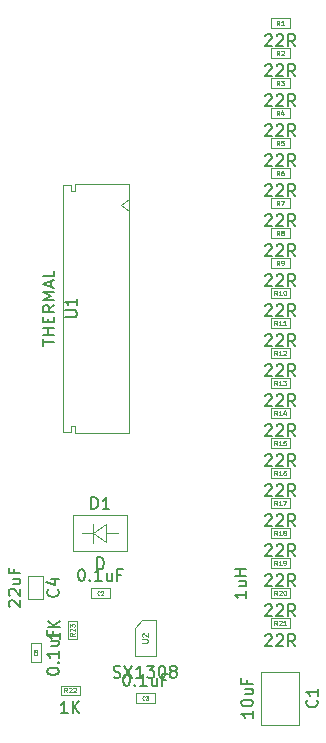
<source format=gbr>
G04 #@! TF.FileFunction,Other,Fab,Top*
%FSLAX46Y46*%
G04 Gerber Fmt 4.6, Leading zero omitted, Abs format (unit mm)*
G04 Created by KiCad (PCBNEW 4.0.7) date 09/10/19 22:44:32*
%MOMM*%
%LPD*%
G01*
G04 APERTURE LIST*
%ADD10C,0.100000*%
%ADD11C,0.150000*%
%ADD12C,0.075000*%
G04 APERTURE END LIST*
D10*
X146990000Y-113320000D02*
X150190000Y-113320000D01*
X146990000Y-117820000D02*
X146990000Y-113320000D01*
X150190000Y-117820000D02*
X146990000Y-117820000D01*
X150190000Y-113320000D02*
X150190000Y-117820000D01*
X134150000Y-107080000D02*
X132550000Y-107080000D01*
X132550000Y-107080000D02*
X132550000Y-106280000D01*
X132550000Y-106280000D02*
X134150000Y-106280000D01*
X134150000Y-106280000D02*
X134150000Y-107080000D01*
X137960000Y-115970000D02*
X136360000Y-115970000D01*
X136360000Y-115970000D02*
X136360000Y-115170000D01*
X136360000Y-115170000D02*
X137960000Y-115170000D01*
X137960000Y-115170000D02*
X137960000Y-115970000D01*
X127280000Y-105200000D02*
X128520000Y-105200000D01*
X127280000Y-107200000D02*
X127280000Y-105200000D01*
X128520000Y-107200000D02*
X127280000Y-107200000D01*
X128520000Y-105200000D02*
X128520000Y-107200000D01*
X127500000Y-112500000D02*
X127500000Y-110900000D01*
X127500000Y-110900000D02*
X128300000Y-110900000D01*
X128300000Y-110900000D02*
X128300000Y-112500000D01*
X128300000Y-112500000D02*
X127500000Y-112500000D01*
X135650000Y-103100000D02*
X131050000Y-103100000D01*
X131050000Y-103100000D02*
X131050000Y-100100000D01*
X135650000Y-100100000D02*
X135650000Y-103100000D01*
X135650000Y-100100000D02*
X131050000Y-100100000D01*
X132700560Y-101601020D02*
X131798860Y-101601020D01*
X133851180Y-101601020D02*
X134849400Y-101601020D01*
X132700560Y-100800920D02*
X132700560Y-102401120D01*
X133851180Y-102350320D02*
X133851180Y-100800920D01*
X132700560Y-101601020D02*
X133851180Y-102350320D01*
X132700560Y-101601020D02*
X133851180Y-100800920D01*
X147790000Y-58820000D02*
X147790000Y-58020000D01*
X149390000Y-58820000D02*
X147790000Y-58820000D01*
X149390000Y-58020000D02*
X149390000Y-58820000D01*
X147790000Y-58020000D02*
X149390000Y-58020000D01*
X147790000Y-61360000D02*
X147790000Y-60560000D01*
X149390000Y-61360000D02*
X147790000Y-61360000D01*
X149390000Y-60560000D02*
X149390000Y-61360000D01*
X147790000Y-60560000D02*
X149390000Y-60560000D01*
X147790000Y-63900000D02*
X147790000Y-63100000D01*
X149390000Y-63900000D02*
X147790000Y-63900000D01*
X149390000Y-63100000D02*
X149390000Y-63900000D01*
X147790000Y-63100000D02*
X149390000Y-63100000D01*
X147790000Y-66440000D02*
X147790000Y-65640000D01*
X149390000Y-66440000D02*
X147790000Y-66440000D01*
X149390000Y-65640000D02*
X149390000Y-66440000D01*
X147790000Y-65640000D02*
X149390000Y-65640000D01*
X147790000Y-68980000D02*
X147790000Y-68180000D01*
X149390000Y-68980000D02*
X147790000Y-68980000D01*
X149390000Y-68180000D02*
X149390000Y-68980000D01*
X147790000Y-68180000D02*
X149390000Y-68180000D01*
X147790000Y-71520000D02*
X147790000Y-70720000D01*
X149390000Y-71520000D02*
X147790000Y-71520000D01*
X149390000Y-70720000D02*
X149390000Y-71520000D01*
X147790000Y-70720000D02*
X149390000Y-70720000D01*
X147790000Y-76600000D02*
X147790000Y-75800000D01*
X149390000Y-76600000D02*
X147790000Y-76600000D01*
X149390000Y-75800000D02*
X149390000Y-76600000D01*
X147790000Y-75800000D02*
X149390000Y-75800000D01*
X147790000Y-79140000D02*
X147790000Y-78340000D01*
X149390000Y-79140000D02*
X147790000Y-79140000D01*
X149390000Y-78340000D02*
X149390000Y-79140000D01*
X147790000Y-78340000D02*
X149390000Y-78340000D01*
X147790000Y-81680000D02*
X147790000Y-80880000D01*
X149390000Y-81680000D02*
X147790000Y-81680000D01*
X149390000Y-80880000D02*
X149390000Y-81680000D01*
X147790000Y-80880000D02*
X149390000Y-80880000D01*
X147790000Y-84220000D02*
X147790000Y-83420000D01*
X149390000Y-84220000D02*
X147790000Y-84220000D01*
X149390000Y-83420000D02*
X149390000Y-84220000D01*
X147790000Y-83420000D02*
X149390000Y-83420000D01*
X147790000Y-86760000D02*
X147790000Y-85960000D01*
X149390000Y-86760000D02*
X147790000Y-86760000D01*
X149390000Y-85960000D02*
X149390000Y-86760000D01*
X147790000Y-85960000D02*
X149390000Y-85960000D01*
X147790000Y-89300000D02*
X147790000Y-88500000D01*
X149390000Y-89300000D02*
X147790000Y-89300000D01*
X149390000Y-88500000D02*
X149390000Y-89300000D01*
X147790000Y-88500000D02*
X149390000Y-88500000D01*
X147790000Y-91840000D02*
X147790000Y-91040000D01*
X149390000Y-91840000D02*
X147790000Y-91840000D01*
X149390000Y-91040000D02*
X149390000Y-91840000D01*
X147790000Y-91040000D02*
X149390000Y-91040000D01*
X147790000Y-94380000D02*
X147790000Y-93580000D01*
X149390000Y-94380000D02*
X147790000Y-94380000D01*
X149390000Y-93580000D02*
X149390000Y-94380000D01*
X147790000Y-93580000D02*
X149390000Y-93580000D01*
X147790000Y-96920000D02*
X147790000Y-96120000D01*
X149390000Y-96920000D02*
X147790000Y-96920000D01*
X149390000Y-96120000D02*
X149390000Y-96920000D01*
X147790000Y-96120000D02*
X149390000Y-96120000D01*
X147790000Y-99460000D02*
X147790000Y-98660000D01*
X149390000Y-99460000D02*
X147790000Y-99460000D01*
X149390000Y-98660000D02*
X149390000Y-99460000D01*
X147790000Y-98660000D02*
X149390000Y-98660000D01*
X147790000Y-102000000D02*
X147790000Y-101200000D01*
X149390000Y-102000000D02*
X147790000Y-102000000D01*
X149390000Y-101200000D02*
X149390000Y-102000000D01*
X147790000Y-101200000D02*
X149390000Y-101200000D01*
X147790000Y-104540000D02*
X147790000Y-103740000D01*
X149390000Y-104540000D02*
X147790000Y-104540000D01*
X149390000Y-103740000D02*
X149390000Y-104540000D01*
X147790000Y-103740000D02*
X149390000Y-103740000D01*
X147790000Y-107080000D02*
X147790000Y-106280000D01*
X149390000Y-107080000D02*
X147790000Y-107080000D01*
X149390000Y-106280000D02*
X149390000Y-107080000D01*
X147790000Y-106280000D02*
X149390000Y-106280000D01*
X147790000Y-109620000D02*
X147790000Y-108820000D01*
X149390000Y-109620000D02*
X147790000Y-109620000D01*
X149390000Y-108820000D02*
X149390000Y-109620000D01*
X147790000Y-108820000D02*
X149390000Y-108820000D01*
X130000000Y-115300000D02*
X130000000Y-114500000D01*
X131600000Y-115300000D02*
X130000000Y-115300000D01*
X131600000Y-114500000D02*
X131600000Y-115300000D01*
X130000000Y-114500000D02*
X131600000Y-114500000D01*
X130600000Y-109000000D02*
X131400000Y-109000000D01*
X130600000Y-110600000D02*
X130600000Y-109000000D01*
X131400000Y-110600000D02*
X130600000Y-110600000D01*
X131400000Y-109000000D02*
X131400000Y-110600000D01*
X135820000Y-82550000D02*
X135820000Y-72000000D01*
X135820000Y-72000000D02*
X131220000Y-72000000D01*
X131220000Y-72000000D02*
X131220000Y-72600000D01*
X131220000Y-72600000D02*
X130920000Y-72600000D01*
X130920000Y-72600000D02*
X130920000Y-72100000D01*
X130920000Y-72100000D02*
X130220000Y-72100000D01*
X130220000Y-72100000D02*
X130220000Y-82550000D01*
X135820000Y-82550000D02*
X135820000Y-93100000D01*
X135820000Y-93100000D02*
X131220000Y-93100000D01*
X131220000Y-93100000D02*
X131220000Y-92500000D01*
X131220000Y-92500000D02*
X130920000Y-92500000D01*
X130920000Y-92500000D02*
X130920000Y-93000000D01*
X130920000Y-93000000D02*
X130220000Y-93000000D01*
X130220000Y-93000000D02*
X130220000Y-82550000D01*
X135820000Y-73300000D02*
X135112893Y-73800000D01*
X135112893Y-73800000D02*
X135820000Y-74300000D01*
X136260000Y-109590000D02*
X136910000Y-108940000D01*
X138060000Y-108940000D02*
X136910000Y-108940000D01*
X136260000Y-109590000D02*
X136260000Y-112040000D01*
X138060000Y-112040000D02*
X136260000Y-112040000D01*
X138060000Y-108940000D02*
X138060000Y-112040000D01*
X147790000Y-74060000D02*
X147790000Y-73260000D01*
X149390000Y-74060000D02*
X147790000Y-74060000D01*
X149390000Y-73260000D02*
X149390000Y-74060000D01*
X147790000Y-73260000D02*
X149390000Y-73260000D01*
D11*
X146292381Y-116641428D02*
X146292381Y-117212857D01*
X146292381Y-116927143D02*
X145292381Y-116927143D01*
X145435238Y-117022381D01*
X145530476Y-117117619D01*
X145578095Y-117212857D01*
X145292381Y-116022381D02*
X145292381Y-115927142D01*
X145340000Y-115831904D01*
X145387619Y-115784285D01*
X145482857Y-115736666D01*
X145673333Y-115689047D01*
X145911429Y-115689047D01*
X146101905Y-115736666D01*
X146197143Y-115784285D01*
X146244762Y-115831904D01*
X146292381Y-115927142D01*
X146292381Y-116022381D01*
X146244762Y-116117619D01*
X146197143Y-116165238D01*
X146101905Y-116212857D01*
X145911429Y-116260476D01*
X145673333Y-116260476D01*
X145482857Y-116212857D01*
X145387619Y-116165238D01*
X145340000Y-116117619D01*
X145292381Y-116022381D01*
X145625714Y-114831904D02*
X146292381Y-114831904D01*
X145625714Y-115260476D02*
X146149524Y-115260476D01*
X146244762Y-115212857D01*
X146292381Y-115117619D01*
X146292381Y-114974761D01*
X146244762Y-114879523D01*
X146197143Y-114831904D01*
X145768571Y-114022380D02*
X145768571Y-114355714D01*
X146292381Y-114355714D02*
X145292381Y-114355714D01*
X145292381Y-113879523D01*
X151697143Y-115736666D02*
X151744762Y-115784285D01*
X151792381Y-115927142D01*
X151792381Y-116022380D01*
X151744762Y-116165238D01*
X151649524Y-116260476D01*
X151554286Y-116308095D01*
X151363810Y-116355714D01*
X151220952Y-116355714D01*
X151030476Y-116308095D01*
X150935238Y-116260476D01*
X150840000Y-116165238D01*
X150792381Y-116022380D01*
X150792381Y-115927142D01*
X150840000Y-115784285D01*
X150887619Y-115736666D01*
X151792381Y-114784285D02*
X151792381Y-115355714D01*
X151792381Y-115070000D02*
X150792381Y-115070000D01*
X150935238Y-115165238D01*
X151030476Y-115260476D01*
X151078095Y-115355714D01*
X131707143Y-104632381D02*
X131802382Y-104632381D01*
X131897620Y-104680000D01*
X131945239Y-104727619D01*
X131992858Y-104822857D01*
X132040477Y-105013333D01*
X132040477Y-105251429D01*
X131992858Y-105441905D01*
X131945239Y-105537143D01*
X131897620Y-105584762D01*
X131802382Y-105632381D01*
X131707143Y-105632381D01*
X131611905Y-105584762D01*
X131564286Y-105537143D01*
X131516667Y-105441905D01*
X131469048Y-105251429D01*
X131469048Y-105013333D01*
X131516667Y-104822857D01*
X131564286Y-104727619D01*
X131611905Y-104680000D01*
X131707143Y-104632381D01*
X132469048Y-105537143D02*
X132516667Y-105584762D01*
X132469048Y-105632381D01*
X132421429Y-105584762D01*
X132469048Y-105537143D01*
X132469048Y-105632381D01*
X133469048Y-105632381D02*
X132897619Y-105632381D01*
X133183333Y-105632381D02*
X133183333Y-104632381D01*
X133088095Y-104775238D01*
X132992857Y-104870476D01*
X132897619Y-104918095D01*
X134326191Y-104965714D02*
X134326191Y-105632381D01*
X133897619Y-104965714D02*
X133897619Y-105489524D01*
X133945238Y-105584762D01*
X134040476Y-105632381D01*
X134183334Y-105632381D01*
X134278572Y-105584762D01*
X134326191Y-105537143D01*
X135135715Y-105108571D02*
X134802381Y-105108571D01*
X134802381Y-105632381D02*
X134802381Y-104632381D01*
X135278572Y-104632381D01*
D12*
X133300000Y-106787143D02*
X133285714Y-106801429D01*
X133242857Y-106815714D01*
X133214286Y-106815714D01*
X133171429Y-106801429D01*
X133142857Y-106772857D01*
X133128572Y-106744286D01*
X133114286Y-106687143D01*
X133114286Y-106644286D01*
X133128572Y-106587143D01*
X133142857Y-106558571D01*
X133171429Y-106530000D01*
X133214286Y-106515714D01*
X133242857Y-106515714D01*
X133285714Y-106530000D01*
X133300000Y-106544286D01*
X133414286Y-106544286D02*
X133428572Y-106530000D01*
X133457143Y-106515714D01*
X133528572Y-106515714D01*
X133557143Y-106530000D01*
X133571429Y-106544286D01*
X133585714Y-106572857D01*
X133585714Y-106601429D01*
X133571429Y-106644286D01*
X133400000Y-106815714D01*
X133585714Y-106815714D01*
D11*
X135517143Y-113522381D02*
X135612382Y-113522381D01*
X135707620Y-113570000D01*
X135755239Y-113617619D01*
X135802858Y-113712857D01*
X135850477Y-113903333D01*
X135850477Y-114141429D01*
X135802858Y-114331905D01*
X135755239Y-114427143D01*
X135707620Y-114474762D01*
X135612382Y-114522381D01*
X135517143Y-114522381D01*
X135421905Y-114474762D01*
X135374286Y-114427143D01*
X135326667Y-114331905D01*
X135279048Y-114141429D01*
X135279048Y-113903333D01*
X135326667Y-113712857D01*
X135374286Y-113617619D01*
X135421905Y-113570000D01*
X135517143Y-113522381D01*
X136279048Y-114427143D02*
X136326667Y-114474762D01*
X136279048Y-114522381D01*
X136231429Y-114474762D01*
X136279048Y-114427143D01*
X136279048Y-114522381D01*
X137279048Y-114522381D02*
X136707619Y-114522381D01*
X136993333Y-114522381D02*
X136993333Y-113522381D01*
X136898095Y-113665238D01*
X136802857Y-113760476D01*
X136707619Y-113808095D01*
X138136191Y-113855714D02*
X138136191Y-114522381D01*
X137707619Y-113855714D02*
X137707619Y-114379524D01*
X137755238Y-114474762D01*
X137850476Y-114522381D01*
X137993334Y-114522381D01*
X138088572Y-114474762D01*
X138136191Y-114427143D01*
X138945715Y-113998571D02*
X138612381Y-113998571D01*
X138612381Y-114522381D02*
X138612381Y-113522381D01*
X139088572Y-113522381D01*
D12*
X137110000Y-115677143D02*
X137095714Y-115691429D01*
X137052857Y-115705714D01*
X137024286Y-115705714D01*
X136981429Y-115691429D01*
X136952857Y-115662857D01*
X136938572Y-115634286D01*
X136924286Y-115577143D01*
X136924286Y-115534286D01*
X136938572Y-115477143D01*
X136952857Y-115448571D01*
X136981429Y-115420000D01*
X137024286Y-115405714D01*
X137052857Y-115405714D01*
X137095714Y-115420000D01*
X137110000Y-115434286D01*
X137210000Y-115405714D02*
X137395714Y-115405714D01*
X137295714Y-115520000D01*
X137338572Y-115520000D01*
X137367143Y-115534286D01*
X137381429Y-115548571D01*
X137395714Y-115577143D01*
X137395714Y-115648571D01*
X137381429Y-115677143D01*
X137367143Y-115691429D01*
X137338572Y-115705714D01*
X137252857Y-115705714D01*
X137224286Y-115691429D01*
X137210000Y-115677143D01*
D11*
X125697619Y-107842857D02*
X125650000Y-107795238D01*
X125602381Y-107700000D01*
X125602381Y-107461904D01*
X125650000Y-107366666D01*
X125697619Y-107319047D01*
X125792857Y-107271428D01*
X125888095Y-107271428D01*
X126030952Y-107319047D01*
X126602381Y-107890476D01*
X126602381Y-107271428D01*
X125697619Y-106890476D02*
X125650000Y-106842857D01*
X125602381Y-106747619D01*
X125602381Y-106509523D01*
X125650000Y-106414285D01*
X125697619Y-106366666D01*
X125792857Y-106319047D01*
X125888095Y-106319047D01*
X126030952Y-106366666D01*
X126602381Y-106938095D01*
X126602381Y-106319047D01*
X125935714Y-105461904D02*
X126602381Y-105461904D01*
X125935714Y-105890476D02*
X126459524Y-105890476D01*
X126554762Y-105842857D01*
X126602381Y-105747619D01*
X126602381Y-105604761D01*
X126554762Y-105509523D01*
X126507143Y-105461904D01*
X126078571Y-104652380D02*
X126078571Y-104985714D01*
X126602381Y-104985714D02*
X125602381Y-104985714D01*
X125602381Y-104509523D01*
X129757143Y-106366666D02*
X129804762Y-106414285D01*
X129852381Y-106557142D01*
X129852381Y-106652380D01*
X129804762Y-106795238D01*
X129709524Y-106890476D01*
X129614286Y-106938095D01*
X129423810Y-106985714D01*
X129280952Y-106985714D01*
X129090476Y-106938095D01*
X128995238Y-106890476D01*
X128900000Y-106795238D01*
X128852381Y-106652380D01*
X128852381Y-106557142D01*
X128900000Y-106414285D01*
X128947619Y-106366666D01*
X129185714Y-105509523D02*
X129852381Y-105509523D01*
X128804762Y-105747619D02*
X129519048Y-105985714D01*
X129519048Y-105366666D01*
X128852381Y-113342857D02*
X128852381Y-113247618D01*
X128900000Y-113152380D01*
X128947619Y-113104761D01*
X129042857Y-113057142D01*
X129233333Y-113009523D01*
X129471429Y-113009523D01*
X129661905Y-113057142D01*
X129757143Y-113104761D01*
X129804762Y-113152380D01*
X129852381Y-113247618D01*
X129852381Y-113342857D01*
X129804762Y-113438095D01*
X129757143Y-113485714D01*
X129661905Y-113533333D01*
X129471429Y-113580952D01*
X129233333Y-113580952D01*
X129042857Y-113533333D01*
X128947619Y-113485714D01*
X128900000Y-113438095D01*
X128852381Y-113342857D01*
X129757143Y-112580952D02*
X129804762Y-112533333D01*
X129852381Y-112580952D01*
X129804762Y-112628571D01*
X129757143Y-112580952D01*
X129852381Y-112580952D01*
X129852381Y-111580952D02*
X129852381Y-112152381D01*
X129852381Y-111866667D02*
X128852381Y-111866667D01*
X128995238Y-111961905D01*
X129090476Y-112057143D01*
X129138095Y-112152381D01*
X129185714Y-110723809D02*
X129852381Y-110723809D01*
X129185714Y-111152381D02*
X129709524Y-111152381D01*
X129804762Y-111104762D01*
X129852381Y-111009524D01*
X129852381Y-110866666D01*
X129804762Y-110771428D01*
X129757143Y-110723809D01*
X129328571Y-109914285D02*
X129328571Y-110247619D01*
X129852381Y-110247619D02*
X128852381Y-110247619D01*
X128852381Y-109771428D01*
D12*
X128007143Y-111750000D02*
X128021429Y-111764286D01*
X128035714Y-111807143D01*
X128035714Y-111835714D01*
X128021429Y-111878571D01*
X127992857Y-111907143D01*
X127964286Y-111921428D01*
X127907143Y-111935714D01*
X127864286Y-111935714D01*
X127807143Y-111921428D01*
X127778571Y-111907143D01*
X127750000Y-111878571D01*
X127735714Y-111835714D01*
X127735714Y-111807143D01*
X127750000Y-111764286D01*
X127764286Y-111750000D01*
X127735714Y-111478571D02*
X127735714Y-111621428D01*
X127878571Y-111635714D01*
X127864286Y-111621428D01*
X127850000Y-111592857D01*
X127850000Y-111521428D01*
X127864286Y-111492857D01*
X127878571Y-111478571D01*
X127907143Y-111464286D01*
X127978571Y-111464286D01*
X128007143Y-111478571D01*
X128021429Y-111492857D01*
X128035714Y-111521428D01*
X128035714Y-111592857D01*
X128021429Y-111621428D01*
X128007143Y-111635714D01*
D11*
X133088095Y-104652381D02*
X133088095Y-103652381D01*
X133326190Y-103652381D01*
X133469048Y-103700000D01*
X133564286Y-103795238D01*
X133611905Y-103890476D01*
X133659524Y-104080952D01*
X133659524Y-104223810D01*
X133611905Y-104414286D01*
X133564286Y-104509524D01*
X133469048Y-104604762D01*
X133326190Y-104652381D01*
X133088095Y-104652381D01*
X132611905Y-99552381D02*
X132611905Y-98552381D01*
X132850000Y-98552381D01*
X132992858Y-98600000D01*
X133088096Y-98695238D01*
X133135715Y-98790476D01*
X133183334Y-98980952D01*
X133183334Y-99123810D01*
X133135715Y-99314286D01*
X133088096Y-99409524D01*
X132992858Y-99504762D01*
X132850000Y-99552381D01*
X132611905Y-99552381D01*
X134135715Y-99552381D02*
X133564286Y-99552381D01*
X133850000Y-99552381D02*
X133850000Y-98552381D01*
X133754762Y-98695238D01*
X133659524Y-98790476D01*
X133564286Y-98838095D01*
X145732381Y-106520476D02*
X145732381Y-107091905D01*
X145732381Y-106806191D02*
X144732381Y-106806191D01*
X144875238Y-106901429D01*
X144970476Y-106996667D01*
X145018095Y-107091905D01*
X145065714Y-105663333D02*
X145732381Y-105663333D01*
X145065714Y-106091905D02*
X145589524Y-106091905D01*
X145684762Y-106044286D01*
X145732381Y-105949048D01*
X145732381Y-105806190D01*
X145684762Y-105710952D01*
X145637143Y-105663333D01*
X145732381Y-105187143D02*
X144732381Y-105187143D01*
X145208571Y-105187143D02*
X145208571Y-104615714D01*
X145732381Y-104615714D02*
X144732381Y-104615714D01*
X147328095Y-59467619D02*
X147375714Y-59420000D01*
X147470952Y-59372381D01*
X147709048Y-59372381D01*
X147804286Y-59420000D01*
X147851905Y-59467619D01*
X147899524Y-59562857D01*
X147899524Y-59658095D01*
X147851905Y-59800952D01*
X147280476Y-60372381D01*
X147899524Y-60372381D01*
X148280476Y-59467619D02*
X148328095Y-59420000D01*
X148423333Y-59372381D01*
X148661429Y-59372381D01*
X148756667Y-59420000D01*
X148804286Y-59467619D01*
X148851905Y-59562857D01*
X148851905Y-59658095D01*
X148804286Y-59800952D01*
X148232857Y-60372381D01*
X148851905Y-60372381D01*
X149851905Y-60372381D02*
X149518571Y-59896190D01*
X149280476Y-60372381D02*
X149280476Y-59372381D01*
X149661429Y-59372381D01*
X149756667Y-59420000D01*
X149804286Y-59467619D01*
X149851905Y-59562857D01*
X149851905Y-59705714D01*
X149804286Y-59800952D01*
X149756667Y-59848571D01*
X149661429Y-59896190D01*
X149280476Y-59896190D01*
D12*
X148523334Y-58600952D02*
X148390000Y-58410476D01*
X148294762Y-58600952D02*
X148294762Y-58200952D01*
X148447143Y-58200952D01*
X148485238Y-58220000D01*
X148504286Y-58239048D01*
X148523334Y-58277143D01*
X148523334Y-58334286D01*
X148504286Y-58372381D01*
X148485238Y-58391429D01*
X148447143Y-58410476D01*
X148294762Y-58410476D01*
X148904286Y-58600952D02*
X148675714Y-58600952D01*
X148790000Y-58600952D02*
X148790000Y-58200952D01*
X148751905Y-58258095D01*
X148713810Y-58296190D01*
X148675714Y-58315238D01*
D11*
X147328095Y-62007619D02*
X147375714Y-61960000D01*
X147470952Y-61912381D01*
X147709048Y-61912381D01*
X147804286Y-61960000D01*
X147851905Y-62007619D01*
X147899524Y-62102857D01*
X147899524Y-62198095D01*
X147851905Y-62340952D01*
X147280476Y-62912381D01*
X147899524Y-62912381D01*
X148280476Y-62007619D02*
X148328095Y-61960000D01*
X148423333Y-61912381D01*
X148661429Y-61912381D01*
X148756667Y-61960000D01*
X148804286Y-62007619D01*
X148851905Y-62102857D01*
X148851905Y-62198095D01*
X148804286Y-62340952D01*
X148232857Y-62912381D01*
X148851905Y-62912381D01*
X149851905Y-62912381D02*
X149518571Y-62436190D01*
X149280476Y-62912381D02*
X149280476Y-61912381D01*
X149661429Y-61912381D01*
X149756667Y-61960000D01*
X149804286Y-62007619D01*
X149851905Y-62102857D01*
X149851905Y-62245714D01*
X149804286Y-62340952D01*
X149756667Y-62388571D01*
X149661429Y-62436190D01*
X149280476Y-62436190D01*
D12*
X148523334Y-61140952D02*
X148390000Y-60950476D01*
X148294762Y-61140952D02*
X148294762Y-60740952D01*
X148447143Y-60740952D01*
X148485238Y-60760000D01*
X148504286Y-60779048D01*
X148523334Y-60817143D01*
X148523334Y-60874286D01*
X148504286Y-60912381D01*
X148485238Y-60931429D01*
X148447143Y-60950476D01*
X148294762Y-60950476D01*
X148675714Y-60779048D02*
X148694762Y-60760000D01*
X148732857Y-60740952D01*
X148828095Y-60740952D01*
X148866191Y-60760000D01*
X148885238Y-60779048D01*
X148904286Y-60817143D01*
X148904286Y-60855238D01*
X148885238Y-60912381D01*
X148656667Y-61140952D01*
X148904286Y-61140952D01*
D11*
X147328095Y-64547619D02*
X147375714Y-64500000D01*
X147470952Y-64452381D01*
X147709048Y-64452381D01*
X147804286Y-64500000D01*
X147851905Y-64547619D01*
X147899524Y-64642857D01*
X147899524Y-64738095D01*
X147851905Y-64880952D01*
X147280476Y-65452381D01*
X147899524Y-65452381D01*
X148280476Y-64547619D02*
X148328095Y-64500000D01*
X148423333Y-64452381D01*
X148661429Y-64452381D01*
X148756667Y-64500000D01*
X148804286Y-64547619D01*
X148851905Y-64642857D01*
X148851905Y-64738095D01*
X148804286Y-64880952D01*
X148232857Y-65452381D01*
X148851905Y-65452381D01*
X149851905Y-65452381D02*
X149518571Y-64976190D01*
X149280476Y-65452381D02*
X149280476Y-64452381D01*
X149661429Y-64452381D01*
X149756667Y-64500000D01*
X149804286Y-64547619D01*
X149851905Y-64642857D01*
X149851905Y-64785714D01*
X149804286Y-64880952D01*
X149756667Y-64928571D01*
X149661429Y-64976190D01*
X149280476Y-64976190D01*
D12*
X148523334Y-63680952D02*
X148390000Y-63490476D01*
X148294762Y-63680952D02*
X148294762Y-63280952D01*
X148447143Y-63280952D01*
X148485238Y-63300000D01*
X148504286Y-63319048D01*
X148523334Y-63357143D01*
X148523334Y-63414286D01*
X148504286Y-63452381D01*
X148485238Y-63471429D01*
X148447143Y-63490476D01*
X148294762Y-63490476D01*
X148656667Y-63280952D02*
X148904286Y-63280952D01*
X148770953Y-63433333D01*
X148828095Y-63433333D01*
X148866191Y-63452381D01*
X148885238Y-63471429D01*
X148904286Y-63509524D01*
X148904286Y-63604762D01*
X148885238Y-63642857D01*
X148866191Y-63661905D01*
X148828095Y-63680952D01*
X148713810Y-63680952D01*
X148675714Y-63661905D01*
X148656667Y-63642857D01*
D11*
X147328095Y-67087619D02*
X147375714Y-67040000D01*
X147470952Y-66992381D01*
X147709048Y-66992381D01*
X147804286Y-67040000D01*
X147851905Y-67087619D01*
X147899524Y-67182857D01*
X147899524Y-67278095D01*
X147851905Y-67420952D01*
X147280476Y-67992381D01*
X147899524Y-67992381D01*
X148280476Y-67087619D02*
X148328095Y-67040000D01*
X148423333Y-66992381D01*
X148661429Y-66992381D01*
X148756667Y-67040000D01*
X148804286Y-67087619D01*
X148851905Y-67182857D01*
X148851905Y-67278095D01*
X148804286Y-67420952D01*
X148232857Y-67992381D01*
X148851905Y-67992381D01*
X149851905Y-67992381D02*
X149518571Y-67516190D01*
X149280476Y-67992381D02*
X149280476Y-66992381D01*
X149661429Y-66992381D01*
X149756667Y-67040000D01*
X149804286Y-67087619D01*
X149851905Y-67182857D01*
X149851905Y-67325714D01*
X149804286Y-67420952D01*
X149756667Y-67468571D01*
X149661429Y-67516190D01*
X149280476Y-67516190D01*
D12*
X148523334Y-66220952D02*
X148390000Y-66030476D01*
X148294762Y-66220952D02*
X148294762Y-65820952D01*
X148447143Y-65820952D01*
X148485238Y-65840000D01*
X148504286Y-65859048D01*
X148523334Y-65897143D01*
X148523334Y-65954286D01*
X148504286Y-65992381D01*
X148485238Y-66011429D01*
X148447143Y-66030476D01*
X148294762Y-66030476D01*
X148866191Y-65954286D02*
X148866191Y-66220952D01*
X148770953Y-65801905D02*
X148675714Y-66087619D01*
X148923334Y-66087619D01*
D11*
X147328095Y-69627619D02*
X147375714Y-69580000D01*
X147470952Y-69532381D01*
X147709048Y-69532381D01*
X147804286Y-69580000D01*
X147851905Y-69627619D01*
X147899524Y-69722857D01*
X147899524Y-69818095D01*
X147851905Y-69960952D01*
X147280476Y-70532381D01*
X147899524Y-70532381D01*
X148280476Y-69627619D02*
X148328095Y-69580000D01*
X148423333Y-69532381D01*
X148661429Y-69532381D01*
X148756667Y-69580000D01*
X148804286Y-69627619D01*
X148851905Y-69722857D01*
X148851905Y-69818095D01*
X148804286Y-69960952D01*
X148232857Y-70532381D01*
X148851905Y-70532381D01*
X149851905Y-70532381D02*
X149518571Y-70056190D01*
X149280476Y-70532381D02*
X149280476Y-69532381D01*
X149661429Y-69532381D01*
X149756667Y-69580000D01*
X149804286Y-69627619D01*
X149851905Y-69722857D01*
X149851905Y-69865714D01*
X149804286Y-69960952D01*
X149756667Y-70008571D01*
X149661429Y-70056190D01*
X149280476Y-70056190D01*
D12*
X148523334Y-68760952D02*
X148390000Y-68570476D01*
X148294762Y-68760952D02*
X148294762Y-68360952D01*
X148447143Y-68360952D01*
X148485238Y-68380000D01*
X148504286Y-68399048D01*
X148523334Y-68437143D01*
X148523334Y-68494286D01*
X148504286Y-68532381D01*
X148485238Y-68551429D01*
X148447143Y-68570476D01*
X148294762Y-68570476D01*
X148885238Y-68360952D02*
X148694762Y-68360952D01*
X148675714Y-68551429D01*
X148694762Y-68532381D01*
X148732857Y-68513333D01*
X148828095Y-68513333D01*
X148866191Y-68532381D01*
X148885238Y-68551429D01*
X148904286Y-68589524D01*
X148904286Y-68684762D01*
X148885238Y-68722857D01*
X148866191Y-68741905D01*
X148828095Y-68760952D01*
X148732857Y-68760952D01*
X148694762Y-68741905D01*
X148675714Y-68722857D01*
D11*
X147328095Y-72167619D02*
X147375714Y-72120000D01*
X147470952Y-72072381D01*
X147709048Y-72072381D01*
X147804286Y-72120000D01*
X147851905Y-72167619D01*
X147899524Y-72262857D01*
X147899524Y-72358095D01*
X147851905Y-72500952D01*
X147280476Y-73072381D01*
X147899524Y-73072381D01*
X148280476Y-72167619D02*
X148328095Y-72120000D01*
X148423333Y-72072381D01*
X148661429Y-72072381D01*
X148756667Y-72120000D01*
X148804286Y-72167619D01*
X148851905Y-72262857D01*
X148851905Y-72358095D01*
X148804286Y-72500952D01*
X148232857Y-73072381D01*
X148851905Y-73072381D01*
X149851905Y-73072381D02*
X149518571Y-72596190D01*
X149280476Y-73072381D02*
X149280476Y-72072381D01*
X149661429Y-72072381D01*
X149756667Y-72120000D01*
X149804286Y-72167619D01*
X149851905Y-72262857D01*
X149851905Y-72405714D01*
X149804286Y-72500952D01*
X149756667Y-72548571D01*
X149661429Y-72596190D01*
X149280476Y-72596190D01*
D12*
X148523334Y-71300952D02*
X148390000Y-71110476D01*
X148294762Y-71300952D02*
X148294762Y-70900952D01*
X148447143Y-70900952D01*
X148485238Y-70920000D01*
X148504286Y-70939048D01*
X148523334Y-70977143D01*
X148523334Y-71034286D01*
X148504286Y-71072381D01*
X148485238Y-71091429D01*
X148447143Y-71110476D01*
X148294762Y-71110476D01*
X148866191Y-70900952D02*
X148790000Y-70900952D01*
X148751905Y-70920000D01*
X148732857Y-70939048D01*
X148694762Y-70996190D01*
X148675714Y-71072381D01*
X148675714Y-71224762D01*
X148694762Y-71262857D01*
X148713810Y-71281905D01*
X148751905Y-71300952D01*
X148828095Y-71300952D01*
X148866191Y-71281905D01*
X148885238Y-71262857D01*
X148904286Y-71224762D01*
X148904286Y-71129524D01*
X148885238Y-71091429D01*
X148866191Y-71072381D01*
X148828095Y-71053333D01*
X148751905Y-71053333D01*
X148713810Y-71072381D01*
X148694762Y-71091429D01*
X148675714Y-71129524D01*
D11*
X147328095Y-77247619D02*
X147375714Y-77200000D01*
X147470952Y-77152381D01*
X147709048Y-77152381D01*
X147804286Y-77200000D01*
X147851905Y-77247619D01*
X147899524Y-77342857D01*
X147899524Y-77438095D01*
X147851905Y-77580952D01*
X147280476Y-78152381D01*
X147899524Y-78152381D01*
X148280476Y-77247619D02*
X148328095Y-77200000D01*
X148423333Y-77152381D01*
X148661429Y-77152381D01*
X148756667Y-77200000D01*
X148804286Y-77247619D01*
X148851905Y-77342857D01*
X148851905Y-77438095D01*
X148804286Y-77580952D01*
X148232857Y-78152381D01*
X148851905Y-78152381D01*
X149851905Y-78152381D02*
X149518571Y-77676190D01*
X149280476Y-78152381D02*
X149280476Y-77152381D01*
X149661429Y-77152381D01*
X149756667Y-77200000D01*
X149804286Y-77247619D01*
X149851905Y-77342857D01*
X149851905Y-77485714D01*
X149804286Y-77580952D01*
X149756667Y-77628571D01*
X149661429Y-77676190D01*
X149280476Y-77676190D01*
D12*
X148523334Y-76380952D02*
X148390000Y-76190476D01*
X148294762Y-76380952D02*
X148294762Y-75980952D01*
X148447143Y-75980952D01*
X148485238Y-76000000D01*
X148504286Y-76019048D01*
X148523334Y-76057143D01*
X148523334Y-76114286D01*
X148504286Y-76152381D01*
X148485238Y-76171429D01*
X148447143Y-76190476D01*
X148294762Y-76190476D01*
X148751905Y-76152381D02*
X148713810Y-76133333D01*
X148694762Y-76114286D01*
X148675714Y-76076190D01*
X148675714Y-76057143D01*
X148694762Y-76019048D01*
X148713810Y-76000000D01*
X148751905Y-75980952D01*
X148828095Y-75980952D01*
X148866191Y-76000000D01*
X148885238Y-76019048D01*
X148904286Y-76057143D01*
X148904286Y-76076190D01*
X148885238Y-76114286D01*
X148866191Y-76133333D01*
X148828095Y-76152381D01*
X148751905Y-76152381D01*
X148713810Y-76171429D01*
X148694762Y-76190476D01*
X148675714Y-76228571D01*
X148675714Y-76304762D01*
X148694762Y-76342857D01*
X148713810Y-76361905D01*
X148751905Y-76380952D01*
X148828095Y-76380952D01*
X148866191Y-76361905D01*
X148885238Y-76342857D01*
X148904286Y-76304762D01*
X148904286Y-76228571D01*
X148885238Y-76190476D01*
X148866191Y-76171429D01*
X148828095Y-76152381D01*
D11*
X147328095Y-79787619D02*
X147375714Y-79740000D01*
X147470952Y-79692381D01*
X147709048Y-79692381D01*
X147804286Y-79740000D01*
X147851905Y-79787619D01*
X147899524Y-79882857D01*
X147899524Y-79978095D01*
X147851905Y-80120952D01*
X147280476Y-80692381D01*
X147899524Y-80692381D01*
X148280476Y-79787619D02*
X148328095Y-79740000D01*
X148423333Y-79692381D01*
X148661429Y-79692381D01*
X148756667Y-79740000D01*
X148804286Y-79787619D01*
X148851905Y-79882857D01*
X148851905Y-79978095D01*
X148804286Y-80120952D01*
X148232857Y-80692381D01*
X148851905Y-80692381D01*
X149851905Y-80692381D02*
X149518571Y-80216190D01*
X149280476Y-80692381D02*
X149280476Y-79692381D01*
X149661429Y-79692381D01*
X149756667Y-79740000D01*
X149804286Y-79787619D01*
X149851905Y-79882857D01*
X149851905Y-80025714D01*
X149804286Y-80120952D01*
X149756667Y-80168571D01*
X149661429Y-80216190D01*
X149280476Y-80216190D01*
D12*
X148523334Y-78920952D02*
X148390000Y-78730476D01*
X148294762Y-78920952D02*
X148294762Y-78520952D01*
X148447143Y-78520952D01*
X148485238Y-78540000D01*
X148504286Y-78559048D01*
X148523334Y-78597143D01*
X148523334Y-78654286D01*
X148504286Y-78692381D01*
X148485238Y-78711429D01*
X148447143Y-78730476D01*
X148294762Y-78730476D01*
X148713810Y-78920952D02*
X148790000Y-78920952D01*
X148828095Y-78901905D01*
X148847143Y-78882857D01*
X148885238Y-78825714D01*
X148904286Y-78749524D01*
X148904286Y-78597143D01*
X148885238Y-78559048D01*
X148866191Y-78540000D01*
X148828095Y-78520952D01*
X148751905Y-78520952D01*
X148713810Y-78540000D01*
X148694762Y-78559048D01*
X148675714Y-78597143D01*
X148675714Y-78692381D01*
X148694762Y-78730476D01*
X148713810Y-78749524D01*
X148751905Y-78768571D01*
X148828095Y-78768571D01*
X148866191Y-78749524D01*
X148885238Y-78730476D01*
X148904286Y-78692381D01*
D11*
X147328095Y-82327619D02*
X147375714Y-82280000D01*
X147470952Y-82232381D01*
X147709048Y-82232381D01*
X147804286Y-82280000D01*
X147851905Y-82327619D01*
X147899524Y-82422857D01*
X147899524Y-82518095D01*
X147851905Y-82660952D01*
X147280476Y-83232381D01*
X147899524Y-83232381D01*
X148280476Y-82327619D02*
X148328095Y-82280000D01*
X148423333Y-82232381D01*
X148661429Y-82232381D01*
X148756667Y-82280000D01*
X148804286Y-82327619D01*
X148851905Y-82422857D01*
X148851905Y-82518095D01*
X148804286Y-82660952D01*
X148232857Y-83232381D01*
X148851905Y-83232381D01*
X149851905Y-83232381D02*
X149518571Y-82756190D01*
X149280476Y-83232381D02*
X149280476Y-82232381D01*
X149661429Y-82232381D01*
X149756667Y-82280000D01*
X149804286Y-82327619D01*
X149851905Y-82422857D01*
X149851905Y-82565714D01*
X149804286Y-82660952D01*
X149756667Y-82708571D01*
X149661429Y-82756190D01*
X149280476Y-82756190D01*
D12*
X148332858Y-81460952D02*
X148199524Y-81270476D01*
X148104286Y-81460952D02*
X148104286Y-81060952D01*
X148256667Y-81060952D01*
X148294762Y-81080000D01*
X148313810Y-81099048D01*
X148332858Y-81137143D01*
X148332858Y-81194286D01*
X148313810Y-81232381D01*
X148294762Y-81251429D01*
X148256667Y-81270476D01*
X148104286Y-81270476D01*
X148713810Y-81460952D02*
X148485238Y-81460952D01*
X148599524Y-81460952D02*
X148599524Y-81060952D01*
X148561429Y-81118095D01*
X148523334Y-81156190D01*
X148485238Y-81175238D01*
X148961429Y-81060952D02*
X148999524Y-81060952D01*
X149037619Y-81080000D01*
X149056667Y-81099048D01*
X149075714Y-81137143D01*
X149094762Y-81213333D01*
X149094762Y-81308571D01*
X149075714Y-81384762D01*
X149056667Y-81422857D01*
X149037619Y-81441905D01*
X148999524Y-81460952D01*
X148961429Y-81460952D01*
X148923333Y-81441905D01*
X148904286Y-81422857D01*
X148885238Y-81384762D01*
X148866190Y-81308571D01*
X148866190Y-81213333D01*
X148885238Y-81137143D01*
X148904286Y-81099048D01*
X148923333Y-81080000D01*
X148961429Y-81060952D01*
D11*
X147328095Y-84867619D02*
X147375714Y-84820000D01*
X147470952Y-84772381D01*
X147709048Y-84772381D01*
X147804286Y-84820000D01*
X147851905Y-84867619D01*
X147899524Y-84962857D01*
X147899524Y-85058095D01*
X147851905Y-85200952D01*
X147280476Y-85772381D01*
X147899524Y-85772381D01*
X148280476Y-84867619D02*
X148328095Y-84820000D01*
X148423333Y-84772381D01*
X148661429Y-84772381D01*
X148756667Y-84820000D01*
X148804286Y-84867619D01*
X148851905Y-84962857D01*
X148851905Y-85058095D01*
X148804286Y-85200952D01*
X148232857Y-85772381D01*
X148851905Y-85772381D01*
X149851905Y-85772381D02*
X149518571Y-85296190D01*
X149280476Y-85772381D02*
X149280476Y-84772381D01*
X149661429Y-84772381D01*
X149756667Y-84820000D01*
X149804286Y-84867619D01*
X149851905Y-84962857D01*
X149851905Y-85105714D01*
X149804286Y-85200952D01*
X149756667Y-85248571D01*
X149661429Y-85296190D01*
X149280476Y-85296190D01*
D12*
X148332858Y-84000952D02*
X148199524Y-83810476D01*
X148104286Y-84000952D02*
X148104286Y-83600952D01*
X148256667Y-83600952D01*
X148294762Y-83620000D01*
X148313810Y-83639048D01*
X148332858Y-83677143D01*
X148332858Y-83734286D01*
X148313810Y-83772381D01*
X148294762Y-83791429D01*
X148256667Y-83810476D01*
X148104286Y-83810476D01*
X148713810Y-84000952D02*
X148485238Y-84000952D01*
X148599524Y-84000952D02*
X148599524Y-83600952D01*
X148561429Y-83658095D01*
X148523334Y-83696190D01*
X148485238Y-83715238D01*
X149094762Y-84000952D02*
X148866190Y-84000952D01*
X148980476Y-84000952D02*
X148980476Y-83600952D01*
X148942381Y-83658095D01*
X148904286Y-83696190D01*
X148866190Y-83715238D01*
D11*
X147328095Y-87407619D02*
X147375714Y-87360000D01*
X147470952Y-87312381D01*
X147709048Y-87312381D01*
X147804286Y-87360000D01*
X147851905Y-87407619D01*
X147899524Y-87502857D01*
X147899524Y-87598095D01*
X147851905Y-87740952D01*
X147280476Y-88312381D01*
X147899524Y-88312381D01*
X148280476Y-87407619D02*
X148328095Y-87360000D01*
X148423333Y-87312381D01*
X148661429Y-87312381D01*
X148756667Y-87360000D01*
X148804286Y-87407619D01*
X148851905Y-87502857D01*
X148851905Y-87598095D01*
X148804286Y-87740952D01*
X148232857Y-88312381D01*
X148851905Y-88312381D01*
X149851905Y-88312381D02*
X149518571Y-87836190D01*
X149280476Y-88312381D02*
X149280476Y-87312381D01*
X149661429Y-87312381D01*
X149756667Y-87360000D01*
X149804286Y-87407619D01*
X149851905Y-87502857D01*
X149851905Y-87645714D01*
X149804286Y-87740952D01*
X149756667Y-87788571D01*
X149661429Y-87836190D01*
X149280476Y-87836190D01*
D12*
X148332858Y-86540952D02*
X148199524Y-86350476D01*
X148104286Y-86540952D02*
X148104286Y-86140952D01*
X148256667Y-86140952D01*
X148294762Y-86160000D01*
X148313810Y-86179048D01*
X148332858Y-86217143D01*
X148332858Y-86274286D01*
X148313810Y-86312381D01*
X148294762Y-86331429D01*
X148256667Y-86350476D01*
X148104286Y-86350476D01*
X148713810Y-86540952D02*
X148485238Y-86540952D01*
X148599524Y-86540952D02*
X148599524Y-86140952D01*
X148561429Y-86198095D01*
X148523334Y-86236190D01*
X148485238Y-86255238D01*
X148866190Y-86179048D02*
X148885238Y-86160000D01*
X148923333Y-86140952D01*
X149018571Y-86140952D01*
X149056667Y-86160000D01*
X149075714Y-86179048D01*
X149094762Y-86217143D01*
X149094762Y-86255238D01*
X149075714Y-86312381D01*
X148847143Y-86540952D01*
X149094762Y-86540952D01*
D11*
X147328095Y-89947619D02*
X147375714Y-89900000D01*
X147470952Y-89852381D01*
X147709048Y-89852381D01*
X147804286Y-89900000D01*
X147851905Y-89947619D01*
X147899524Y-90042857D01*
X147899524Y-90138095D01*
X147851905Y-90280952D01*
X147280476Y-90852381D01*
X147899524Y-90852381D01*
X148280476Y-89947619D02*
X148328095Y-89900000D01*
X148423333Y-89852381D01*
X148661429Y-89852381D01*
X148756667Y-89900000D01*
X148804286Y-89947619D01*
X148851905Y-90042857D01*
X148851905Y-90138095D01*
X148804286Y-90280952D01*
X148232857Y-90852381D01*
X148851905Y-90852381D01*
X149851905Y-90852381D02*
X149518571Y-90376190D01*
X149280476Y-90852381D02*
X149280476Y-89852381D01*
X149661429Y-89852381D01*
X149756667Y-89900000D01*
X149804286Y-89947619D01*
X149851905Y-90042857D01*
X149851905Y-90185714D01*
X149804286Y-90280952D01*
X149756667Y-90328571D01*
X149661429Y-90376190D01*
X149280476Y-90376190D01*
D12*
X148332858Y-89080952D02*
X148199524Y-88890476D01*
X148104286Y-89080952D02*
X148104286Y-88680952D01*
X148256667Y-88680952D01*
X148294762Y-88700000D01*
X148313810Y-88719048D01*
X148332858Y-88757143D01*
X148332858Y-88814286D01*
X148313810Y-88852381D01*
X148294762Y-88871429D01*
X148256667Y-88890476D01*
X148104286Y-88890476D01*
X148713810Y-89080952D02*
X148485238Y-89080952D01*
X148599524Y-89080952D02*
X148599524Y-88680952D01*
X148561429Y-88738095D01*
X148523334Y-88776190D01*
X148485238Y-88795238D01*
X148847143Y-88680952D02*
X149094762Y-88680952D01*
X148961429Y-88833333D01*
X149018571Y-88833333D01*
X149056667Y-88852381D01*
X149075714Y-88871429D01*
X149094762Y-88909524D01*
X149094762Y-89004762D01*
X149075714Y-89042857D01*
X149056667Y-89061905D01*
X149018571Y-89080952D01*
X148904286Y-89080952D01*
X148866190Y-89061905D01*
X148847143Y-89042857D01*
D11*
X147328095Y-92487619D02*
X147375714Y-92440000D01*
X147470952Y-92392381D01*
X147709048Y-92392381D01*
X147804286Y-92440000D01*
X147851905Y-92487619D01*
X147899524Y-92582857D01*
X147899524Y-92678095D01*
X147851905Y-92820952D01*
X147280476Y-93392381D01*
X147899524Y-93392381D01*
X148280476Y-92487619D02*
X148328095Y-92440000D01*
X148423333Y-92392381D01*
X148661429Y-92392381D01*
X148756667Y-92440000D01*
X148804286Y-92487619D01*
X148851905Y-92582857D01*
X148851905Y-92678095D01*
X148804286Y-92820952D01*
X148232857Y-93392381D01*
X148851905Y-93392381D01*
X149851905Y-93392381D02*
X149518571Y-92916190D01*
X149280476Y-93392381D02*
X149280476Y-92392381D01*
X149661429Y-92392381D01*
X149756667Y-92440000D01*
X149804286Y-92487619D01*
X149851905Y-92582857D01*
X149851905Y-92725714D01*
X149804286Y-92820952D01*
X149756667Y-92868571D01*
X149661429Y-92916190D01*
X149280476Y-92916190D01*
D12*
X148332858Y-91620952D02*
X148199524Y-91430476D01*
X148104286Y-91620952D02*
X148104286Y-91220952D01*
X148256667Y-91220952D01*
X148294762Y-91240000D01*
X148313810Y-91259048D01*
X148332858Y-91297143D01*
X148332858Y-91354286D01*
X148313810Y-91392381D01*
X148294762Y-91411429D01*
X148256667Y-91430476D01*
X148104286Y-91430476D01*
X148713810Y-91620952D02*
X148485238Y-91620952D01*
X148599524Y-91620952D02*
X148599524Y-91220952D01*
X148561429Y-91278095D01*
X148523334Y-91316190D01*
X148485238Y-91335238D01*
X149056667Y-91354286D02*
X149056667Y-91620952D01*
X148961429Y-91201905D02*
X148866190Y-91487619D01*
X149113810Y-91487619D01*
D11*
X147328095Y-95027619D02*
X147375714Y-94980000D01*
X147470952Y-94932381D01*
X147709048Y-94932381D01*
X147804286Y-94980000D01*
X147851905Y-95027619D01*
X147899524Y-95122857D01*
X147899524Y-95218095D01*
X147851905Y-95360952D01*
X147280476Y-95932381D01*
X147899524Y-95932381D01*
X148280476Y-95027619D02*
X148328095Y-94980000D01*
X148423333Y-94932381D01*
X148661429Y-94932381D01*
X148756667Y-94980000D01*
X148804286Y-95027619D01*
X148851905Y-95122857D01*
X148851905Y-95218095D01*
X148804286Y-95360952D01*
X148232857Y-95932381D01*
X148851905Y-95932381D01*
X149851905Y-95932381D02*
X149518571Y-95456190D01*
X149280476Y-95932381D02*
X149280476Y-94932381D01*
X149661429Y-94932381D01*
X149756667Y-94980000D01*
X149804286Y-95027619D01*
X149851905Y-95122857D01*
X149851905Y-95265714D01*
X149804286Y-95360952D01*
X149756667Y-95408571D01*
X149661429Y-95456190D01*
X149280476Y-95456190D01*
D12*
X148332858Y-94160952D02*
X148199524Y-93970476D01*
X148104286Y-94160952D02*
X148104286Y-93760952D01*
X148256667Y-93760952D01*
X148294762Y-93780000D01*
X148313810Y-93799048D01*
X148332858Y-93837143D01*
X148332858Y-93894286D01*
X148313810Y-93932381D01*
X148294762Y-93951429D01*
X148256667Y-93970476D01*
X148104286Y-93970476D01*
X148713810Y-94160952D02*
X148485238Y-94160952D01*
X148599524Y-94160952D02*
X148599524Y-93760952D01*
X148561429Y-93818095D01*
X148523334Y-93856190D01*
X148485238Y-93875238D01*
X149075714Y-93760952D02*
X148885238Y-93760952D01*
X148866190Y-93951429D01*
X148885238Y-93932381D01*
X148923333Y-93913333D01*
X149018571Y-93913333D01*
X149056667Y-93932381D01*
X149075714Y-93951429D01*
X149094762Y-93989524D01*
X149094762Y-94084762D01*
X149075714Y-94122857D01*
X149056667Y-94141905D01*
X149018571Y-94160952D01*
X148923333Y-94160952D01*
X148885238Y-94141905D01*
X148866190Y-94122857D01*
D11*
X147328095Y-97567619D02*
X147375714Y-97520000D01*
X147470952Y-97472381D01*
X147709048Y-97472381D01*
X147804286Y-97520000D01*
X147851905Y-97567619D01*
X147899524Y-97662857D01*
X147899524Y-97758095D01*
X147851905Y-97900952D01*
X147280476Y-98472381D01*
X147899524Y-98472381D01*
X148280476Y-97567619D02*
X148328095Y-97520000D01*
X148423333Y-97472381D01*
X148661429Y-97472381D01*
X148756667Y-97520000D01*
X148804286Y-97567619D01*
X148851905Y-97662857D01*
X148851905Y-97758095D01*
X148804286Y-97900952D01*
X148232857Y-98472381D01*
X148851905Y-98472381D01*
X149851905Y-98472381D02*
X149518571Y-97996190D01*
X149280476Y-98472381D02*
X149280476Y-97472381D01*
X149661429Y-97472381D01*
X149756667Y-97520000D01*
X149804286Y-97567619D01*
X149851905Y-97662857D01*
X149851905Y-97805714D01*
X149804286Y-97900952D01*
X149756667Y-97948571D01*
X149661429Y-97996190D01*
X149280476Y-97996190D01*
D12*
X148332858Y-96700952D02*
X148199524Y-96510476D01*
X148104286Y-96700952D02*
X148104286Y-96300952D01*
X148256667Y-96300952D01*
X148294762Y-96320000D01*
X148313810Y-96339048D01*
X148332858Y-96377143D01*
X148332858Y-96434286D01*
X148313810Y-96472381D01*
X148294762Y-96491429D01*
X148256667Y-96510476D01*
X148104286Y-96510476D01*
X148713810Y-96700952D02*
X148485238Y-96700952D01*
X148599524Y-96700952D02*
X148599524Y-96300952D01*
X148561429Y-96358095D01*
X148523334Y-96396190D01*
X148485238Y-96415238D01*
X149056667Y-96300952D02*
X148980476Y-96300952D01*
X148942381Y-96320000D01*
X148923333Y-96339048D01*
X148885238Y-96396190D01*
X148866190Y-96472381D01*
X148866190Y-96624762D01*
X148885238Y-96662857D01*
X148904286Y-96681905D01*
X148942381Y-96700952D01*
X149018571Y-96700952D01*
X149056667Y-96681905D01*
X149075714Y-96662857D01*
X149094762Y-96624762D01*
X149094762Y-96529524D01*
X149075714Y-96491429D01*
X149056667Y-96472381D01*
X149018571Y-96453333D01*
X148942381Y-96453333D01*
X148904286Y-96472381D01*
X148885238Y-96491429D01*
X148866190Y-96529524D01*
D11*
X147328095Y-100107619D02*
X147375714Y-100060000D01*
X147470952Y-100012381D01*
X147709048Y-100012381D01*
X147804286Y-100060000D01*
X147851905Y-100107619D01*
X147899524Y-100202857D01*
X147899524Y-100298095D01*
X147851905Y-100440952D01*
X147280476Y-101012381D01*
X147899524Y-101012381D01*
X148280476Y-100107619D02*
X148328095Y-100060000D01*
X148423333Y-100012381D01*
X148661429Y-100012381D01*
X148756667Y-100060000D01*
X148804286Y-100107619D01*
X148851905Y-100202857D01*
X148851905Y-100298095D01*
X148804286Y-100440952D01*
X148232857Y-101012381D01*
X148851905Y-101012381D01*
X149851905Y-101012381D02*
X149518571Y-100536190D01*
X149280476Y-101012381D02*
X149280476Y-100012381D01*
X149661429Y-100012381D01*
X149756667Y-100060000D01*
X149804286Y-100107619D01*
X149851905Y-100202857D01*
X149851905Y-100345714D01*
X149804286Y-100440952D01*
X149756667Y-100488571D01*
X149661429Y-100536190D01*
X149280476Y-100536190D01*
D12*
X148332858Y-99240952D02*
X148199524Y-99050476D01*
X148104286Y-99240952D02*
X148104286Y-98840952D01*
X148256667Y-98840952D01*
X148294762Y-98860000D01*
X148313810Y-98879048D01*
X148332858Y-98917143D01*
X148332858Y-98974286D01*
X148313810Y-99012381D01*
X148294762Y-99031429D01*
X148256667Y-99050476D01*
X148104286Y-99050476D01*
X148713810Y-99240952D02*
X148485238Y-99240952D01*
X148599524Y-99240952D02*
X148599524Y-98840952D01*
X148561429Y-98898095D01*
X148523334Y-98936190D01*
X148485238Y-98955238D01*
X148847143Y-98840952D02*
X149113810Y-98840952D01*
X148942381Y-99240952D01*
D11*
X147328095Y-102647619D02*
X147375714Y-102600000D01*
X147470952Y-102552381D01*
X147709048Y-102552381D01*
X147804286Y-102600000D01*
X147851905Y-102647619D01*
X147899524Y-102742857D01*
X147899524Y-102838095D01*
X147851905Y-102980952D01*
X147280476Y-103552381D01*
X147899524Y-103552381D01*
X148280476Y-102647619D02*
X148328095Y-102600000D01*
X148423333Y-102552381D01*
X148661429Y-102552381D01*
X148756667Y-102600000D01*
X148804286Y-102647619D01*
X148851905Y-102742857D01*
X148851905Y-102838095D01*
X148804286Y-102980952D01*
X148232857Y-103552381D01*
X148851905Y-103552381D01*
X149851905Y-103552381D02*
X149518571Y-103076190D01*
X149280476Y-103552381D02*
X149280476Y-102552381D01*
X149661429Y-102552381D01*
X149756667Y-102600000D01*
X149804286Y-102647619D01*
X149851905Y-102742857D01*
X149851905Y-102885714D01*
X149804286Y-102980952D01*
X149756667Y-103028571D01*
X149661429Y-103076190D01*
X149280476Y-103076190D01*
D12*
X148332858Y-101780952D02*
X148199524Y-101590476D01*
X148104286Y-101780952D02*
X148104286Y-101380952D01*
X148256667Y-101380952D01*
X148294762Y-101400000D01*
X148313810Y-101419048D01*
X148332858Y-101457143D01*
X148332858Y-101514286D01*
X148313810Y-101552381D01*
X148294762Y-101571429D01*
X148256667Y-101590476D01*
X148104286Y-101590476D01*
X148713810Y-101780952D02*
X148485238Y-101780952D01*
X148599524Y-101780952D02*
X148599524Y-101380952D01*
X148561429Y-101438095D01*
X148523334Y-101476190D01*
X148485238Y-101495238D01*
X148942381Y-101552381D02*
X148904286Y-101533333D01*
X148885238Y-101514286D01*
X148866190Y-101476190D01*
X148866190Y-101457143D01*
X148885238Y-101419048D01*
X148904286Y-101400000D01*
X148942381Y-101380952D01*
X149018571Y-101380952D01*
X149056667Y-101400000D01*
X149075714Y-101419048D01*
X149094762Y-101457143D01*
X149094762Y-101476190D01*
X149075714Y-101514286D01*
X149056667Y-101533333D01*
X149018571Y-101552381D01*
X148942381Y-101552381D01*
X148904286Y-101571429D01*
X148885238Y-101590476D01*
X148866190Y-101628571D01*
X148866190Y-101704762D01*
X148885238Y-101742857D01*
X148904286Y-101761905D01*
X148942381Y-101780952D01*
X149018571Y-101780952D01*
X149056667Y-101761905D01*
X149075714Y-101742857D01*
X149094762Y-101704762D01*
X149094762Y-101628571D01*
X149075714Y-101590476D01*
X149056667Y-101571429D01*
X149018571Y-101552381D01*
D11*
X147328095Y-105187619D02*
X147375714Y-105140000D01*
X147470952Y-105092381D01*
X147709048Y-105092381D01*
X147804286Y-105140000D01*
X147851905Y-105187619D01*
X147899524Y-105282857D01*
X147899524Y-105378095D01*
X147851905Y-105520952D01*
X147280476Y-106092381D01*
X147899524Y-106092381D01*
X148280476Y-105187619D02*
X148328095Y-105140000D01*
X148423333Y-105092381D01*
X148661429Y-105092381D01*
X148756667Y-105140000D01*
X148804286Y-105187619D01*
X148851905Y-105282857D01*
X148851905Y-105378095D01*
X148804286Y-105520952D01*
X148232857Y-106092381D01*
X148851905Y-106092381D01*
X149851905Y-106092381D02*
X149518571Y-105616190D01*
X149280476Y-106092381D02*
X149280476Y-105092381D01*
X149661429Y-105092381D01*
X149756667Y-105140000D01*
X149804286Y-105187619D01*
X149851905Y-105282857D01*
X149851905Y-105425714D01*
X149804286Y-105520952D01*
X149756667Y-105568571D01*
X149661429Y-105616190D01*
X149280476Y-105616190D01*
D12*
X148332858Y-104320952D02*
X148199524Y-104130476D01*
X148104286Y-104320952D02*
X148104286Y-103920952D01*
X148256667Y-103920952D01*
X148294762Y-103940000D01*
X148313810Y-103959048D01*
X148332858Y-103997143D01*
X148332858Y-104054286D01*
X148313810Y-104092381D01*
X148294762Y-104111429D01*
X148256667Y-104130476D01*
X148104286Y-104130476D01*
X148713810Y-104320952D02*
X148485238Y-104320952D01*
X148599524Y-104320952D02*
X148599524Y-103920952D01*
X148561429Y-103978095D01*
X148523334Y-104016190D01*
X148485238Y-104035238D01*
X148904286Y-104320952D02*
X148980476Y-104320952D01*
X149018571Y-104301905D01*
X149037619Y-104282857D01*
X149075714Y-104225714D01*
X149094762Y-104149524D01*
X149094762Y-103997143D01*
X149075714Y-103959048D01*
X149056667Y-103940000D01*
X149018571Y-103920952D01*
X148942381Y-103920952D01*
X148904286Y-103940000D01*
X148885238Y-103959048D01*
X148866190Y-103997143D01*
X148866190Y-104092381D01*
X148885238Y-104130476D01*
X148904286Y-104149524D01*
X148942381Y-104168571D01*
X149018571Y-104168571D01*
X149056667Y-104149524D01*
X149075714Y-104130476D01*
X149094762Y-104092381D01*
D11*
X147328095Y-107727619D02*
X147375714Y-107680000D01*
X147470952Y-107632381D01*
X147709048Y-107632381D01*
X147804286Y-107680000D01*
X147851905Y-107727619D01*
X147899524Y-107822857D01*
X147899524Y-107918095D01*
X147851905Y-108060952D01*
X147280476Y-108632381D01*
X147899524Y-108632381D01*
X148280476Y-107727619D02*
X148328095Y-107680000D01*
X148423333Y-107632381D01*
X148661429Y-107632381D01*
X148756667Y-107680000D01*
X148804286Y-107727619D01*
X148851905Y-107822857D01*
X148851905Y-107918095D01*
X148804286Y-108060952D01*
X148232857Y-108632381D01*
X148851905Y-108632381D01*
X149851905Y-108632381D02*
X149518571Y-108156190D01*
X149280476Y-108632381D02*
X149280476Y-107632381D01*
X149661429Y-107632381D01*
X149756667Y-107680000D01*
X149804286Y-107727619D01*
X149851905Y-107822857D01*
X149851905Y-107965714D01*
X149804286Y-108060952D01*
X149756667Y-108108571D01*
X149661429Y-108156190D01*
X149280476Y-108156190D01*
D12*
X148332858Y-106860952D02*
X148199524Y-106670476D01*
X148104286Y-106860952D02*
X148104286Y-106460952D01*
X148256667Y-106460952D01*
X148294762Y-106480000D01*
X148313810Y-106499048D01*
X148332858Y-106537143D01*
X148332858Y-106594286D01*
X148313810Y-106632381D01*
X148294762Y-106651429D01*
X148256667Y-106670476D01*
X148104286Y-106670476D01*
X148485238Y-106499048D02*
X148504286Y-106480000D01*
X148542381Y-106460952D01*
X148637619Y-106460952D01*
X148675715Y-106480000D01*
X148694762Y-106499048D01*
X148713810Y-106537143D01*
X148713810Y-106575238D01*
X148694762Y-106632381D01*
X148466191Y-106860952D01*
X148713810Y-106860952D01*
X148961429Y-106460952D02*
X148999524Y-106460952D01*
X149037619Y-106480000D01*
X149056667Y-106499048D01*
X149075714Y-106537143D01*
X149094762Y-106613333D01*
X149094762Y-106708571D01*
X149075714Y-106784762D01*
X149056667Y-106822857D01*
X149037619Y-106841905D01*
X148999524Y-106860952D01*
X148961429Y-106860952D01*
X148923333Y-106841905D01*
X148904286Y-106822857D01*
X148885238Y-106784762D01*
X148866190Y-106708571D01*
X148866190Y-106613333D01*
X148885238Y-106537143D01*
X148904286Y-106499048D01*
X148923333Y-106480000D01*
X148961429Y-106460952D01*
D11*
X147328095Y-110267619D02*
X147375714Y-110220000D01*
X147470952Y-110172381D01*
X147709048Y-110172381D01*
X147804286Y-110220000D01*
X147851905Y-110267619D01*
X147899524Y-110362857D01*
X147899524Y-110458095D01*
X147851905Y-110600952D01*
X147280476Y-111172381D01*
X147899524Y-111172381D01*
X148280476Y-110267619D02*
X148328095Y-110220000D01*
X148423333Y-110172381D01*
X148661429Y-110172381D01*
X148756667Y-110220000D01*
X148804286Y-110267619D01*
X148851905Y-110362857D01*
X148851905Y-110458095D01*
X148804286Y-110600952D01*
X148232857Y-111172381D01*
X148851905Y-111172381D01*
X149851905Y-111172381D02*
X149518571Y-110696190D01*
X149280476Y-111172381D02*
X149280476Y-110172381D01*
X149661429Y-110172381D01*
X149756667Y-110220000D01*
X149804286Y-110267619D01*
X149851905Y-110362857D01*
X149851905Y-110505714D01*
X149804286Y-110600952D01*
X149756667Y-110648571D01*
X149661429Y-110696190D01*
X149280476Y-110696190D01*
D12*
X148332858Y-109400952D02*
X148199524Y-109210476D01*
X148104286Y-109400952D02*
X148104286Y-109000952D01*
X148256667Y-109000952D01*
X148294762Y-109020000D01*
X148313810Y-109039048D01*
X148332858Y-109077143D01*
X148332858Y-109134286D01*
X148313810Y-109172381D01*
X148294762Y-109191429D01*
X148256667Y-109210476D01*
X148104286Y-109210476D01*
X148485238Y-109039048D02*
X148504286Y-109020000D01*
X148542381Y-109000952D01*
X148637619Y-109000952D01*
X148675715Y-109020000D01*
X148694762Y-109039048D01*
X148713810Y-109077143D01*
X148713810Y-109115238D01*
X148694762Y-109172381D01*
X148466191Y-109400952D01*
X148713810Y-109400952D01*
X149094762Y-109400952D02*
X148866190Y-109400952D01*
X148980476Y-109400952D02*
X148980476Y-109000952D01*
X148942381Y-109058095D01*
X148904286Y-109096190D01*
X148866190Y-109115238D01*
D11*
X130585715Y-116852381D02*
X130014286Y-116852381D01*
X130300000Y-116852381D02*
X130300000Y-115852381D01*
X130204762Y-115995238D01*
X130109524Y-116090476D01*
X130014286Y-116138095D01*
X131014286Y-116852381D02*
X131014286Y-115852381D01*
X131585715Y-116852381D02*
X131157143Y-116280952D01*
X131585715Y-115852381D02*
X131014286Y-116423810D01*
D12*
X130542858Y-115080952D02*
X130409524Y-114890476D01*
X130314286Y-115080952D02*
X130314286Y-114680952D01*
X130466667Y-114680952D01*
X130504762Y-114700000D01*
X130523810Y-114719048D01*
X130542858Y-114757143D01*
X130542858Y-114814286D01*
X130523810Y-114852381D01*
X130504762Y-114871429D01*
X130466667Y-114890476D01*
X130314286Y-114890476D01*
X130695238Y-114719048D02*
X130714286Y-114700000D01*
X130752381Y-114680952D01*
X130847619Y-114680952D01*
X130885715Y-114700000D01*
X130904762Y-114719048D01*
X130923810Y-114757143D01*
X130923810Y-114795238D01*
X130904762Y-114852381D01*
X130676191Y-115080952D01*
X130923810Y-115080952D01*
X131076190Y-114719048D02*
X131095238Y-114700000D01*
X131133333Y-114680952D01*
X131228571Y-114680952D01*
X131266667Y-114700000D01*
X131285714Y-114719048D01*
X131304762Y-114757143D01*
X131304762Y-114795238D01*
X131285714Y-114852381D01*
X131057143Y-115080952D01*
X131304762Y-115080952D01*
D11*
X129952381Y-110014285D02*
X129952381Y-110585714D01*
X129952381Y-110300000D02*
X128952381Y-110300000D01*
X129095238Y-110395238D01*
X129190476Y-110490476D01*
X129238095Y-110585714D01*
X129952381Y-109585714D02*
X128952381Y-109585714D01*
X129952381Y-109014285D02*
X129380952Y-109442857D01*
X128952381Y-109014285D02*
X129523810Y-109585714D01*
D12*
X131180952Y-110057142D02*
X130990476Y-110190476D01*
X131180952Y-110285714D02*
X130780952Y-110285714D01*
X130780952Y-110133333D01*
X130800000Y-110095238D01*
X130819048Y-110076190D01*
X130857143Y-110057142D01*
X130914286Y-110057142D01*
X130952381Y-110076190D01*
X130971429Y-110095238D01*
X130990476Y-110133333D01*
X130990476Y-110285714D01*
X130819048Y-109904762D02*
X130800000Y-109885714D01*
X130780952Y-109847619D01*
X130780952Y-109752381D01*
X130800000Y-109714285D01*
X130819048Y-109695238D01*
X130857143Y-109676190D01*
X130895238Y-109676190D01*
X130952381Y-109695238D01*
X131180952Y-109923809D01*
X131180952Y-109676190D01*
X130780952Y-109542857D02*
X130780952Y-109295238D01*
X130933333Y-109428571D01*
X130933333Y-109371429D01*
X130952381Y-109333333D01*
X130971429Y-109314286D01*
X131009524Y-109295238D01*
X131104762Y-109295238D01*
X131142857Y-109314286D01*
X131161905Y-109333333D01*
X131180952Y-109371429D01*
X131180952Y-109485714D01*
X131161905Y-109523810D01*
X131142857Y-109542857D01*
D11*
X128472381Y-85716667D02*
X128472381Y-85145238D01*
X129472381Y-85430953D02*
X128472381Y-85430953D01*
X129472381Y-84811905D02*
X128472381Y-84811905D01*
X128948571Y-84811905D02*
X128948571Y-84240476D01*
X129472381Y-84240476D02*
X128472381Y-84240476D01*
X128948571Y-83764286D02*
X128948571Y-83430952D01*
X129472381Y-83288095D02*
X129472381Y-83764286D01*
X128472381Y-83764286D01*
X128472381Y-83288095D01*
X129472381Y-82288095D02*
X128996190Y-82621429D01*
X129472381Y-82859524D02*
X128472381Y-82859524D01*
X128472381Y-82478571D01*
X128520000Y-82383333D01*
X128567619Y-82335714D01*
X128662857Y-82288095D01*
X128805714Y-82288095D01*
X128900952Y-82335714D01*
X128948571Y-82383333D01*
X128996190Y-82478571D01*
X128996190Y-82859524D01*
X129472381Y-81859524D02*
X128472381Y-81859524D01*
X129186667Y-81526190D01*
X128472381Y-81192857D01*
X129472381Y-81192857D01*
X129186667Y-80764286D02*
X129186667Y-80288095D01*
X129472381Y-80859524D02*
X128472381Y-80526191D01*
X129472381Y-80192857D01*
X129472381Y-79383333D02*
X129472381Y-79859524D01*
X128472381Y-79859524D01*
X130372381Y-83311905D02*
X131181905Y-83311905D01*
X131277143Y-83264286D01*
X131324762Y-83216667D01*
X131372381Y-83121429D01*
X131372381Y-82930952D01*
X131324762Y-82835714D01*
X131277143Y-82788095D01*
X131181905Y-82740476D01*
X130372381Y-82740476D01*
X131372381Y-81740476D02*
X131372381Y-82311905D01*
X131372381Y-82026191D02*
X130372381Y-82026191D01*
X130515238Y-82121429D01*
X130610476Y-82216667D01*
X130658095Y-82311905D01*
X134493333Y-113794762D02*
X134636190Y-113842381D01*
X134874286Y-113842381D01*
X134969524Y-113794762D01*
X135017143Y-113747143D01*
X135064762Y-113651905D01*
X135064762Y-113556667D01*
X135017143Y-113461429D01*
X134969524Y-113413810D01*
X134874286Y-113366190D01*
X134683809Y-113318571D01*
X134588571Y-113270952D01*
X134540952Y-113223333D01*
X134493333Y-113128095D01*
X134493333Y-113032857D01*
X134540952Y-112937619D01*
X134588571Y-112890000D01*
X134683809Y-112842381D01*
X134921905Y-112842381D01*
X135064762Y-112890000D01*
X135398095Y-112842381D02*
X136064762Y-113842381D01*
X136064762Y-112842381D02*
X135398095Y-113842381D01*
X136969524Y-113842381D02*
X136398095Y-113842381D01*
X136683809Y-113842381D02*
X136683809Y-112842381D01*
X136588571Y-112985238D01*
X136493333Y-113080476D01*
X136398095Y-113128095D01*
X137302857Y-112842381D02*
X137921905Y-112842381D01*
X137588571Y-113223333D01*
X137731429Y-113223333D01*
X137826667Y-113270952D01*
X137874286Y-113318571D01*
X137921905Y-113413810D01*
X137921905Y-113651905D01*
X137874286Y-113747143D01*
X137826667Y-113794762D01*
X137731429Y-113842381D01*
X137445714Y-113842381D01*
X137350476Y-113794762D01*
X137302857Y-113747143D01*
X138540952Y-112842381D02*
X138636191Y-112842381D01*
X138731429Y-112890000D01*
X138779048Y-112937619D01*
X138826667Y-113032857D01*
X138874286Y-113223333D01*
X138874286Y-113461429D01*
X138826667Y-113651905D01*
X138779048Y-113747143D01*
X138731429Y-113794762D01*
X138636191Y-113842381D01*
X138540952Y-113842381D01*
X138445714Y-113794762D01*
X138398095Y-113747143D01*
X138350476Y-113651905D01*
X138302857Y-113461429D01*
X138302857Y-113223333D01*
X138350476Y-113032857D01*
X138398095Y-112937619D01*
X138445714Y-112890000D01*
X138540952Y-112842381D01*
X139445714Y-113270952D02*
X139350476Y-113223333D01*
X139302857Y-113175714D01*
X139255238Y-113080476D01*
X139255238Y-113032857D01*
X139302857Y-112937619D01*
X139350476Y-112890000D01*
X139445714Y-112842381D01*
X139636191Y-112842381D01*
X139731429Y-112890000D01*
X139779048Y-112937619D01*
X139826667Y-113032857D01*
X139826667Y-113080476D01*
X139779048Y-113175714D01*
X139731429Y-113223333D01*
X139636191Y-113270952D01*
X139445714Y-113270952D01*
X139350476Y-113318571D01*
X139302857Y-113366190D01*
X139255238Y-113461429D01*
X139255238Y-113651905D01*
X139302857Y-113747143D01*
X139350476Y-113794762D01*
X139445714Y-113842381D01*
X139636191Y-113842381D01*
X139731429Y-113794762D01*
X139779048Y-113747143D01*
X139826667Y-113651905D01*
X139826667Y-113461429D01*
X139779048Y-113366190D01*
X139731429Y-113318571D01*
X139636191Y-113270952D01*
D12*
X136886190Y-110870952D02*
X137290952Y-110870952D01*
X137338571Y-110847143D01*
X137362381Y-110823333D01*
X137386190Y-110775714D01*
X137386190Y-110680476D01*
X137362381Y-110632857D01*
X137338571Y-110609048D01*
X137290952Y-110585238D01*
X136886190Y-110585238D01*
X136933810Y-110370952D02*
X136910000Y-110347142D01*
X136886190Y-110299523D01*
X136886190Y-110180476D01*
X136910000Y-110132857D01*
X136933810Y-110109047D01*
X136981429Y-110085238D01*
X137029048Y-110085238D01*
X137100476Y-110109047D01*
X137386190Y-110394761D01*
X137386190Y-110085238D01*
D11*
X147328095Y-74707619D02*
X147375714Y-74660000D01*
X147470952Y-74612381D01*
X147709048Y-74612381D01*
X147804286Y-74660000D01*
X147851905Y-74707619D01*
X147899524Y-74802857D01*
X147899524Y-74898095D01*
X147851905Y-75040952D01*
X147280476Y-75612381D01*
X147899524Y-75612381D01*
X148280476Y-74707619D02*
X148328095Y-74660000D01*
X148423333Y-74612381D01*
X148661429Y-74612381D01*
X148756667Y-74660000D01*
X148804286Y-74707619D01*
X148851905Y-74802857D01*
X148851905Y-74898095D01*
X148804286Y-75040952D01*
X148232857Y-75612381D01*
X148851905Y-75612381D01*
X149851905Y-75612381D02*
X149518571Y-75136190D01*
X149280476Y-75612381D02*
X149280476Y-74612381D01*
X149661429Y-74612381D01*
X149756667Y-74660000D01*
X149804286Y-74707619D01*
X149851905Y-74802857D01*
X149851905Y-74945714D01*
X149804286Y-75040952D01*
X149756667Y-75088571D01*
X149661429Y-75136190D01*
X149280476Y-75136190D01*
D12*
X148523334Y-73840952D02*
X148390000Y-73650476D01*
X148294762Y-73840952D02*
X148294762Y-73440952D01*
X148447143Y-73440952D01*
X148485238Y-73460000D01*
X148504286Y-73479048D01*
X148523334Y-73517143D01*
X148523334Y-73574286D01*
X148504286Y-73612381D01*
X148485238Y-73631429D01*
X148447143Y-73650476D01*
X148294762Y-73650476D01*
X148656667Y-73440952D02*
X148923334Y-73440952D01*
X148751905Y-73840952D01*
M02*

</source>
